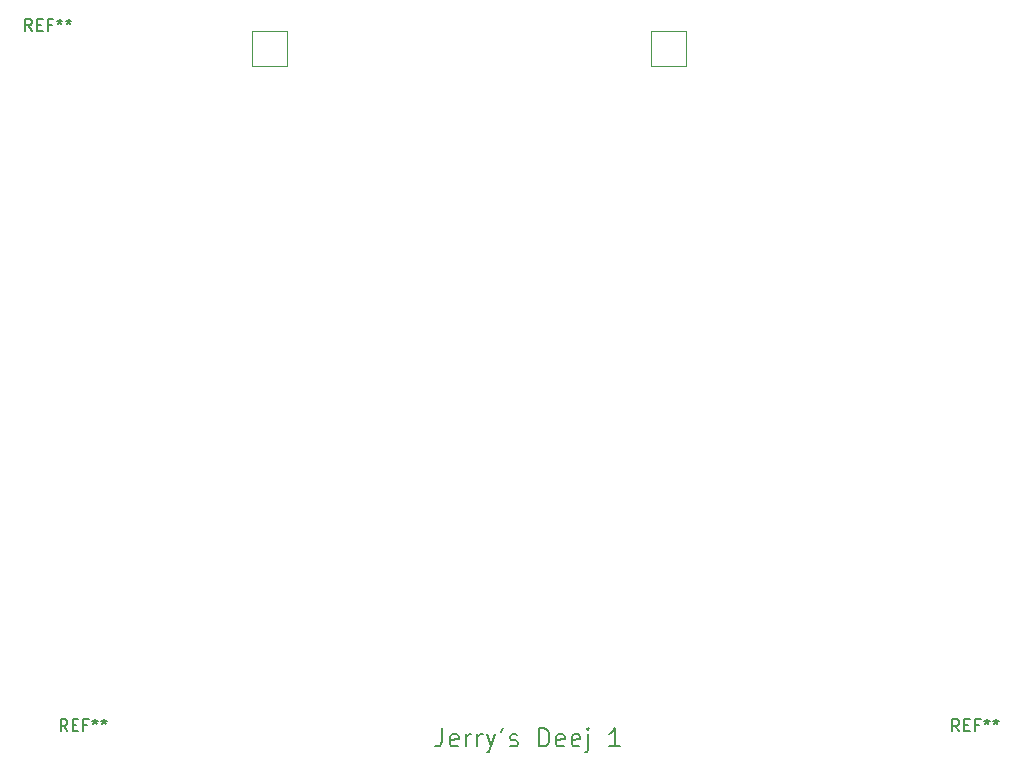
<source format=gto>
G04 #@! TF.GenerationSoftware,KiCad,Pcbnew,8.0.7*
G04 #@! TF.CreationDate,2024-12-19T23:47:55-08:00*
G04 #@! TF.ProjectId,Deej keypad,4465656a-206b-4657-9970-61642e6b6963,rev?*
G04 #@! TF.SameCoordinates,Original*
G04 #@! TF.FileFunction,Legend,Top*
G04 #@! TF.FilePolarity,Positive*
%FSLAX46Y46*%
G04 Gerber Fmt 4.6, Leading zero omitted, Abs format (unit mm)*
G04 Created by KiCad (PCBNEW 8.0.7) date 2024-12-19 23:47:55*
%MOMM*%
%LPD*%
G01*
G04 APERTURE LIST*
G04 Aperture macros list*
%AMRoundRect*
0 Rectangle with rounded corners*
0 $1 Rounding radius*
0 $2 $3 $4 $5 $6 $7 $8 $9 X,Y pos of 4 corners*
0 Add a 4 corners polygon primitive as box body*
4,1,4,$2,$3,$4,$5,$6,$7,$8,$9,$2,$3,0*
0 Add four circle primitives for the rounded corners*
1,1,$1+$1,$2,$3*
1,1,$1+$1,$4,$5*
1,1,$1+$1,$6,$7*
1,1,$1+$1,$8,$9*
0 Add four rect primitives between the rounded corners*
20,1,$1+$1,$2,$3,$4,$5,0*
20,1,$1+$1,$4,$5,$6,$7,0*
20,1,$1+$1,$6,$7,$8,$9,0*
20,1,$1+$1,$8,$9,$2,$3,0*%
G04 Aperture macros list end*
%ADD10C,0.203200*%
%ADD11C,0.150000*%
%ADD12C,1.852000*%
%ADD13C,4.089800*%
%ADD14C,2.302000*%
%ADD15RoundRect,0.051000X-1.500000X-1.500000X1.500000X-1.500000X1.500000X1.500000X-1.500000X1.500000X0*%
%ADD16C,3.102000*%
G04 APERTURE END LIST*
D10*
X149905356Y-132520464D02*
X149905356Y-133609035D01*
X149905356Y-133609035D02*
X149832785Y-133826750D01*
X149832785Y-133826750D02*
X149687642Y-133971893D01*
X149687642Y-133971893D02*
X149469928Y-134044464D01*
X149469928Y-134044464D02*
X149324785Y-134044464D01*
X151211642Y-133971893D02*
X151066499Y-134044464D01*
X151066499Y-134044464D02*
X150776214Y-134044464D01*
X150776214Y-134044464D02*
X150631071Y-133971893D01*
X150631071Y-133971893D02*
X150558499Y-133826750D01*
X150558499Y-133826750D02*
X150558499Y-133246178D01*
X150558499Y-133246178D02*
X150631071Y-133101035D01*
X150631071Y-133101035D02*
X150776214Y-133028464D01*
X150776214Y-133028464D02*
X151066499Y-133028464D01*
X151066499Y-133028464D02*
X151211642Y-133101035D01*
X151211642Y-133101035D02*
X151284214Y-133246178D01*
X151284214Y-133246178D02*
X151284214Y-133391321D01*
X151284214Y-133391321D02*
X150558499Y-133536464D01*
X151937357Y-134044464D02*
X151937357Y-133028464D01*
X151937357Y-133318750D02*
X152009928Y-133173607D01*
X152009928Y-133173607D02*
X152082500Y-133101035D01*
X152082500Y-133101035D02*
X152227642Y-133028464D01*
X152227642Y-133028464D02*
X152372785Y-133028464D01*
X152880786Y-134044464D02*
X152880786Y-133028464D01*
X152880786Y-133318750D02*
X152953357Y-133173607D01*
X152953357Y-133173607D02*
X153025929Y-133101035D01*
X153025929Y-133101035D02*
X153171071Y-133028464D01*
X153171071Y-133028464D02*
X153316214Y-133028464D01*
X153679072Y-133028464D02*
X154041929Y-134044464D01*
X154404786Y-133028464D02*
X154041929Y-134044464D01*
X154041929Y-134044464D02*
X153896786Y-134407321D01*
X153896786Y-134407321D02*
X153824215Y-134479893D01*
X153824215Y-134479893D02*
X153679072Y-134552464D01*
X155057929Y-132520464D02*
X154912786Y-132810750D01*
X155638500Y-133971893D02*
X155783643Y-134044464D01*
X155783643Y-134044464D02*
X156073929Y-134044464D01*
X156073929Y-134044464D02*
X156219072Y-133971893D01*
X156219072Y-133971893D02*
X156291643Y-133826750D01*
X156291643Y-133826750D02*
X156291643Y-133754178D01*
X156291643Y-133754178D02*
X156219072Y-133609035D01*
X156219072Y-133609035D02*
X156073929Y-133536464D01*
X156073929Y-133536464D02*
X155856215Y-133536464D01*
X155856215Y-133536464D02*
X155711072Y-133463893D01*
X155711072Y-133463893D02*
X155638500Y-133318750D01*
X155638500Y-133318750D02*
X155638500Y-133246178D01*
X155638500Y-133246178D02*
X155711072Y-133101035D01*
X155711072Y-133101035D02*
X155856215Y-133028464D01*
X155856215Y-133028464D02*
X156073929Y-133028464D01*
X156073929Y-133028464D02*
X156219072Y-133101035D01*
X158105929Y-134044464D02*
X158105929Y-132520464D01*
X158105929Y-132520464D02*
X158468786Y-132520464D01*
X158468786Y-132520464D02*
X158686500Y-132593035D01*
X158686500Y-132593035D02*
X158831643Y-132738178D01*
X158831643Y-132738178D02*
X158904214Y-132883321D01*
X158904214Y-132883321D02*
X158976786Y-133173607D01*
X158976786Y-133173607D02*
X158976786Y-133391321D01*
X158976786Y-133391321D02*
X158904214Y-133681607D01*
X158904214Y-133681607D02*
X158831643Y-133826750D01*
X158831643Y-133826750D02*
X158686500Y-133971893D01*
X158686500Y-133971893D02*
X158468786Y-134044464D01*
X158468786Y-134044464D02*
X158105929Y-134044464D01*
X160210500Y-133971893D02*
X160065357Y-134044464D01*
X160065357Y-134044464D02*
X159775072Y-134044464D01*
X159775072Y-134044464D02*
X159629929Y-133971893D01*
X159629929Y-133971893D02*
X159557357Y-133826750D01*
X159557357Y-133826750D02*
X159557357Y-133246178D01*
X159557357Y-133246178D02*
X159629929Y-133101035D01*
X159629929Y-133101035D02*
X159775072Y-133028464D01*
X159775072Y-133028464D02*
X160065357Y-133028464D01*
X160065357Y-133028464D02*
X160210500Y-133101035D01*
X160210500Y-133101035D02*
X160283072Y-133246178D01*
X160283072Y-133246178D02*
X160283072Y-133391321D01*
X160283072Y-133391321D02*
X159557357Y-133536464D01*
X161516786Y-133971893D02*
X161371643Y-134044464D01*
X161371643Y-134044464D02*
X161081358Y-134044464D01*
X161081358Y-134044464D02*
X160936215Y-133971893D01*
X160936215Y-133971893D02*
X160863643Y-133826750D01*
X160863643Y-133826750D02*
X160863643Y-133246178D01*
X160863643Y-133246178D02*
X160936215Y-133101035D01*
X160936215Y-133101035D02*
X161081358Y-133028464D01*
X161081358Y-133028464D02*
X161371643Y-133028464D01*
X161371643Y-133028464D02*
X161516786Y-133101035D01*
X161516786Y-133101035D02*
X161589358Y-133246178D01*
X161589358Y-133246178D02*
X161589358Y-133391321D01*
X161589358Y-133391321D02*
X160863643Y-133536464D01*
X162242501Y-133028464D02*
X162242501Y-134334750D01*
X162242501Y-134334750D02*
X162169929Y-134479893D01*
X162169929Y-134479893D02*
X162024786Y-134552464D01*
X162024786Y-134552464D02*
X161952215Y-134552464D01*
X162242501Y-132520464D02*
X162169929Y-132593035D01*
X162169929Y-132593035D02*
X162242501Y-132665607D01*
X162242501Y-132665607D02*
X162315072Y-132593035D01*
X162315072Y-132593035D02*
X162242501Y-132520464D01*
X162242501Y-132520464D02*
X162242501Y-132665607D01*
X164927643Y-134044464D02*
X164056786Y-134044464D01*
X164492215Y-134044464D02*
X164492215Y-132520464D01*
X164492215Y-132520464D02*
X164347072Y-132738178D01*
X164347072Y-132738178D02*
X164201929Y-132883321D01*
X164201929Y-132883321D02*
X164056786Y-132955893D01*
D11*
X193666666Y-132754819D02*
X193333333Y-132278628D01*
X193095238Y-132754819D02*
X193095238Y-131754819D01*
X193095238Y-131754819D02*
X193476190Y-131754819D01*
X193476190Y-131754819D02*
X193571428Y-131802438D01*
X193571428Y-131802438D02*
X193619047Y-131850057D01*
X193619047Y-131850057D02*
X193666666Y-131945295D01*
X193666666Y-131945295D02*
X193666666Y-132088152D01*
X193666666Y-132088152D02*
X193619047Y-132183390D01*
X193619047Y-132183390D02*
X193571428Y-132231009D01*
X193571428Y-132231009D02*
X193476190Y-132278628D01*
X193476190Y-132278628D02*
X193095238Y-132278628D01*
X194095238Y-132231009D02*
X194428571Y-132231009D01*
X194571428Y-132754819D02*
X194095238Y-132754819D01*
X194095238Y-132754819D02*
X194095238Y-131754819D01*
X194095238Y-131754819D02*
X194571428Y-131754819D01*
X195333333Y-132231009D02*
X195000000Y-132231009D01*
X195000000Y-132754819D02*
X195000000Y-131754819D01*
X195000000Y-131754819D02*
X195476190Y-131754819D01*
X196000000Y-131754819D02*
X196000000Y-131992914D01*
X195761905Y-131897676D02*
X196000000Y-131992914D01*
X196000000Y-131992914D02*
X196238095Y-131897676D01*
X195857143Y-132183390D02*
X196000000Y-131992914D01*
X196000000Y-131992914D02*
X196142857Y-132183390D01*
X196761905Y-131754819D02*
X196761905Y-131992914D01*
X196523810Y-131897676D02*
X196761905Y-131992914D01*
X196761905Y-131992914D02*
X197000000Y-131897676D01*
X196619048Y-132183390D02*
X196761905Y-131992914D01*
X196761905Y-131992914D02*
X196904762Y-132183390D01*
X115166666Y-73454819D02*
X114833333Y-72978628D01*
X114595238Y-73454819D02*
X114595238Y-72454819D01*
X114595238Y-72454819D02*
X114976190Y-72454819D01*
X114976190Y-72454819D02*
X115071428Y-72502438D01*
X115071428Y-72502438D02*
X115119047Y-72550057D01*
X115119047Y-72550057D02*
X115166666Y-72645295D01*
X115166666Y-72645295D02*
X115166666Y-72788152D01*
X115166666Y-72788152D02*
X115119047Y-72883390D01*
X115119047Y-72883390D02*
X115071428Y-72931009D01*
X115071428Y-72931009D02*
X114976190Y-72978628D01*
X114976190Y-72978628D02*
X114595238Y-72978628D01*
X115595238Y-72931009D02*
X115928571Y-72931009D01*
X116071428Y-73454819D02*
X115595238Y-73454819D01*
X115595238Y-73454819D02*
X115595238Y-72454819D01*
X115595238Y-72454819D02*
X116071428Y-72454819D01*
X116833333Y-72931009D02*
X116500000Y-72931009D01*
X116500000Y-73454819D02*
X116500000Y-72454819D01*
X116500000Y-72454819D02*
X116976190Y-72454819D01*
X117500000Y-72454819D02*
X117500000Y-72692914D01*
X117261905Y-72597676D02*
X117500000Y-72692914D01*
X117500000Y-72692914D02*
X117738095Y-72597676D01*
X117357143Y-72883390D02*
X117500000Y-72692914D01*
X117500000Y-72692914D02*
X117642857Y-72883390D01*
X118261905Y-72454819D02*
X118261905Y-72692914D01*
X118023810Y-72597676D02*
X118261905Y-72692914D01*
X118261905Y-72692914D02*
X118500000Y-72597676D01*
X118119048Y-72883390D02*
X118261905Y-72692914D01*
X118261905Y-72692914D02*
X118404762Y-72883390D01*
X118166666Y-132754819D02*
X117833333Y-132278628D01*
X117595238Y-132754819D02*
X117595238Y-131754819D01*
X117595238Y-131754819D02*
X117976190Y-131754819D01*
X117976190Y-131754819D02*
X118071428Y-131802438D01*
X118071428Y-131802438D02*
X118119047Y-131850057D01*
X118119047Y-131850057D02*
X118166666Y-131945295D01*
X118166666Y-131945295D02*
X118166666Y-132088152D01*
X118166666Y-132088152D02*
X118119047Y-132183390D01*
X118119047Y-132183390D02*
X118071428Y-132231009D01*
X118071428Y-132231009D02*
X117976190Y-132278628D01*
X117976190Y-132278628D02*
X117595238Y-132278628D01*
X118595238Y-132231009D02*
X118928571Y-132231009D01*
X119071428Y-132754819D02*
X118595238Y-132754819D01*
X118595238Y-132754819D02*
X118595238Y-131754819D01*
X118595238Y-131754819D02*
X119071428Y-131754819D01*
X119833333Y-132231009D02*
X119500000Y-132231009D01*
X119500000Y-132754819D02*
X119500000Y-131754819D01*
X119500000Y-131754819D02*
X119976190Y-131754819D01*
X120500000Y-131754819D02*
X120500000Y-131992914D01*
X120261905Y-131897676D02*
X120500000Y-131992914D01*
X120500000Y-131992914D02*
X120738095Y-131897676D01*
X120357143Y-132183390D02*
X120500000Y-131992914D01*
X120500000Y-131992914D02*
X120642857Y-132183390D01*
X121261905Y-131754819D02*
X121261905Y-131992914D01*
X121023810Y-131897676D02*
X121261905Y-131992914D01*
X121261905Y-131992914D02*
X121500000Y-131897676D01*
X121119048Y-132183390D02*
X121261905Y-131992914D01*
X121261905Y-131992914D02*
X121404762Y-132183390D01*
%LPC*%
D12*
X123507500Y-88900000D03*
D13*
X128587500Y-88900000D03*
D12*
X133667500Y-88900000D03*
X123507500Y-107950000D03*
D13*
X128587500Y-107950000D03*
D12*
X133667500Y-107950000D03*
X123507500Y-127000000D03*
D13*
X128587500Y-127000000D03*
D12*
X133667500Y-127000000D03*
X142557500Y-88900000D03*
D13*
X147637500Y-88900000D03*
D12*
X152717500Y-88900000D03*
X142557500Y-107950000D03*
D13*
X147637500Y-107950000D03*
D12*
X152717500Y-107950000D03*
X142557500Y-127000000D03*
D13*
X147637500Y-127000000D03*
D12*
X152717500Y-127000000D03*
X161607500Y-88900000D03*
D13*
X166687500Y-88900000D03*
D12*
X171767500Y-88900000D03*
X161607500Y-107950000D03*
D13*
X166687500Y-107950000D03*
D12*
X171767500Y-107950000D03*
X161607500Y-127000000D03*
D13*
X166687500Y-127000000D03*
D12*
X171767500Y-127000000D03*
X180657500Y-88900000D03*
D13*
X185737500Y-88900000D03*
D12*
X190817500Y-88900000D03*
X180657500Y-107950000D03*
D13*
X185737500Y-107950000D03*
D12*
X190817500Y-107950000D03*
X180657500Y-127000000D03*
D13*
X185737500Y-127000000D03*
D12*
X190817500Y-127000000D03*
D14*
X195000000Y-75000000D03*
X195000000Y-135500000D03*
X119500000Y-75000000D03*
X119500000Y-135500000D03*
D15*
X135340000Y-75000000D03*
D16*
X140420000Y-75000000D03*
X145500000Y-75000000D03*
D15*
X169068750Y-75000000D03*
D16*
X174148750Y-75000000D03*
X179228750Y-75000000D03*
X184308750Y-75000000D03*
%LPD*%
M02*

</source>
